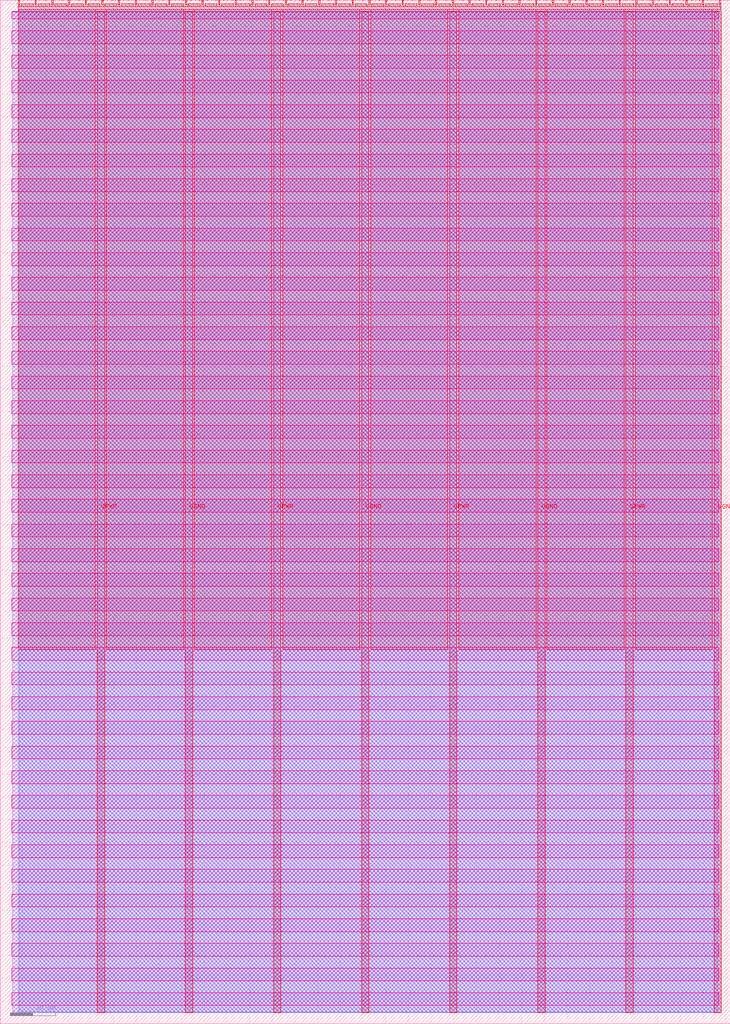
<source format=lef>
VERSION 5.7 ;
  NOWIREEXTENSIONATPIN ON ;
  DIVIDERCHAR "/" ;
  BUSBITCHARS "[]" ;
MACRO tt_um_hsc_tdc_buf
  CLASS BLOCK ;
  FOREIGN tt_um_hsc_tdc_buf ;
  ORIGIN 0.000 0.000 ;
  SIZE 161.000 BY 225.760 ;
  PIN VGND
    DIRECTION INOUT ;
    USE GROUND ;
    PORT
      LAYER met4 ;
        RECT 40.830 2.480 42.430 223.280 ;
    END
    PORT
      LAYER met4 ;
        RECT 79.700 2.480 81.300 223.280 ;
    END
    PORT
      LAYER met4 ;
        RECT 118.570 2.480 120.170 223.280 ;
    END
    PORT
      LAYER met4 ;
        RECT 157.440 2.480 159.040 223.280 ;
    END
  END VGND
  PIN VPWR
    DIRECTION INOUT ;
    USE POWER ;
    PORT
      LAYER met4 ;
        RECT 21.395 2.480 22.995 223.280 ;
    END
    PORT
      LAYER met4 ;
        RECT 60.265 2.480 61.865 223.280 ;
    END
    PORT
      LAYER met4 ;
        RECT 99.135 2.480 100.735 223.280 ;
    END
    PORT
      LAYER met4 ;
        RECT 138.005 2.480 139.605 223.280 ;
    END
  END VPWR
  PIN clk
    DIRECTION INPUT ;
    USE SIGNAL ;
    PORT
      LAYER met4 ;
        RECT 154.870 224.760 155.170 225.760 ;
    END
  END clk
  PIN ena
    DIRECTION INPUT ;
    USE SIGNAL ;
    ANTENNAGATEAREA 0.159000 ;
    PORT
      LAYER met4 ;
        RECT 158.550 224.760 158.850 225.760 ;
    END
  END ena
  PIN rst_n
    DIRECTION INPUT ;
    USE SIGNAL ;
    ANTENNAGATEAREA 0.636000 ;
    PORT
      LAYER met4 ;
        RECT 151.190 224.760 151.490 225.760 ;
    END
  END rst_n
  PIN ui_in[0]
    DIRECTION INPUT ;
    USE SIGNAL ;
    ANTENNAGATEAREA 0.852000 ;
    PORT
      LAYER met4 ;
        RECT 147.510 224.760 147.810 225.760 ;
    END
  END ui_in[0]
  PIN ui_in[1]
    DIRECTION INPUT ;
    USE SIGNAL ;
    ANTENNAGATEAREA 0.852000 ;
    PORT
      LAYER met4 ;
        RECT 143.830 224.760 144.130 225.760 ;
    END
  END ui_in[1]
  PIN ui_in[2]
    DIRECTION INPUT ;
    USE SIGNAL ;
    ANTENNAGATEAREA 0.196500 ;
    PORT
      LAYER met4 ;
        RECT 140.150 224.760 140.450 225.760 ;
    END
  END ui_in[2]
  PIN ui_in[3]
    DIRECTION INPUT ;
    USE SIGNAL ;
    ANTENNAGATEAREA 0.196500 ;
    PORT
      LAYER met4 ;
        RECT 136.470 224.760 136.770 225.760 ;
    END
  END ui_in[3]
  PIN ui_in[4]
    DIRECTION INPUT ;
    USE SIGNAL ;
    ANTENNAGATEAREA 0.196500 ;
    PORT
      LAYER met4 ;
        RECT 132.790 224.760 133.090 225.760 ;
    END
  END ui_in[4]
  PIN ui_in[5]
    DIRECTION INPUT ;
    USE SIGNAL ;
    ANTENNAGATEAREA 0.196500 ;
    PORT
      LAYER met4 ;
        RECT 129.110 224.760 129.410 225.760 ;
    END
  END ui_in[5]
  PIN ui_in[6]
    DIRECTION INPUT ;
    USE SIGNAL ;
    ANTENNAGATEAREA 0.196500 ;
    PORT
      LAYER met4 ;
        RECT 125.430 224.760 125.730 225.760 ;
    END
  END ui_in[6]
  PIN ui_in[7]
    DIRECTION INPUT ;
    USE SIGNAL ;
    PORT
      LAYER met4 ;
        RECT 121.750 224.760 122.050 225.760 ;
    END
  END ui_in[7]
  PIN uio_in[0]
    DIRECTION INPUT ;
    USE SIGNAL ;
    PORT
      LAYER met4 ;
        RECT 118.070 224.760 118.370 225.760 ;
    END
  END uio_in[0]
  PIN uio_in[1]
    DIRECTION INPUT ;
    USE SIGNAL ;
    PORT
      LAYER met4 ;
        RECT 114.390 224.760 114.690 225.760 ;
    END
  END uio_in[1]
  PIN uio_in[2]
    DIRECTION INPUT ;
    USE SIGNAL ;
    PORT
      LAYER met4 ;
        RECT 110.710 224.760 111.010 225.760 ;
    END
  END uio_in[2]
  PIN uio_in[3]
    DIRECTION INPUT ;
    USE SIGNAL ;
    PORT
      LAYER met4 ;
        RECT 107.030 224.760 107.330 225.760 ;
    END
  END uio_in[3]
  PIN uio_in[4]
    DIRECTION INPUT ;
    USE SIGNAL ;
    PORT
      LAYER met4 ;
        RECT 103.350 224.760 103.650 225.760 ;
    END
  END uio_in[4]
  PIN uio_in[5]
    DIRECTION INPUT ;
    USE SIGNAL ;
    PORT
      LAYER met4 ;
        RECT 99.670 224.760 99.970 225.760 ;
    END
  END uio_in[5]
  PIN uio_in[6]
    DIRECTION INPUT ;
    USE SIGNAL ;
    PORT
      LAYER met4 ;
        RECT 95.990 224.760 96.290 225.760 ;
    END
  END uio_in[6]
  PIN uio_in[7]
    DIRECTION INPUT ;
    USE SIGNAL ;
    PORT
      LAYER met4 ;
        RECT 92.310 224.760 92.610 225.760 ;
    END
  END uio_in[7]
  PIN uio_oe[0]
    DIRECTION OUTPUT TRISTATE ;
    USE SIGNAL ;
    PORT
      LAYER met4 ;
        RECT 29.750 224.760 30.050 225.760 ;
    END
  END uio_oe[0]
  PIN uio_oe[1]
    DIRECTION OUTPUT TRISTATE ;
    USE SIGNAL ;
    PORT
      LAYER met4 ;
        RECT 26.070 224.760 26.370 225.760 ;
    END
  END uio_oe[1]
  PIN uio_oe[2]
    DIRECTION OUTPUT TRISTATE ;
    USE SIGNAL ;
    PORT
      LAYER met4 ;
        RECT 22.390 224.760 22.690 225.760 ;
    END
  END uio_oe[2]
  PIN uio_oe[3]
    DIRECTION OUTPUT TRISTATE ;
    USE SIGNAL ;
    PORT
      LAYER met4 ;
        RECT 18.710 224.760 19.010 225.760 ;
    END
  END uio_oe[3]
  PIN uio_oe[4]
    DIRECTION OUTPUT TRISTATE ;
    USE SIGNAL ;
    PORT
      LAYER met4 ;
        RECT 15.030 224.760 15.330 225.760 ;
    END
  END uio_oe[4]
  PIN uio_oe[5]
    DIRECTION OUTPUT TRISTATE ;
    USE SIGNAL ;
    PORT
      LAYER met4 ;
        RECT 11.350 224.760 11.650 225.760 ;
    END
  END uio_oe[5]
  PIN uio_oe[6]
    DIRECTION OUTPUT TRISTATE ;
    USE SIGNAL ;
    PORT
      LAYER met4 ;
        RECT 7.670 224.760 7.970 225.760 ;
    END
  END uio_oe[6]
  PIN uio_oe[7]
    DIRECTION OUTPUT TRISTATE ;
    USE SIGNAL ;
    PORT
      LAYER met4 ;
        RECT 3.990 224.760 4.290 225.760 ;
    END
  END uio_oe[7]
  PIN uio_out[0]
    DIRECTION OUTPUT TRISTATE ;
    USE SIGNAL ;
    PORT
      LAYER met4 ;
        RECT 59.190 224.760 59.490 225.760 ;
    END
  END uio_out[0]
  PIN uio_out[1]
    DIRECTION OUTPUT TRISTATE ;
    USE SIGNAL ;
    PORT
      LAYER met4 ;
        RECT 55.510 224.760 55.810 225.760 ;
    END
  END uio_out[1]
  PIN uio_out[2]
    DIRECTION OUTPUT TRISTATE ;
    USE SIGNAL ;
    PORT
      LAYER met4 ;
        RECT 51.830 224.760 52.130 225.760 ;
    END
  END uio_out[2]
  PIN uio_out[3]
    DIRECTION OUTPUT TRISTATE ;
    USE SIGNAL ;
    PORT
      LAYER met4 ;
        RECT 48.150 224.760 48.450 225.760 ;
    END
  END uio_out[3]
  PIN uio_out[4]
    DIRECTION OUTPUT TRISTATE ;
    USE SIGNAL ;
    PORT
      LAYER met4 ;
        RECT 44.470 224.760 44.770 225.760 ;
    END
  END uio_out[4]
  PIN uio_out[5]
    DIRECTION OUTPUT TRISTATE ;
    USE SIGNAL ;
    PORT
      LAYER met4 ;
        RECT 40.790 224.760 41.090 225.760 ;
    END
  END uio_out[5]
  PIN uio_out[6]
    DIRECTION OUTPUT TRISTATE ;
    USE SIGNAL ;
    PORT
      LAYER met4 ;
        RECT 37.110 224.760 37.410 225.760 ;
    END
  END uio_out[6]
  PIN uio_out[7]
    DIRECTION OUTPUT TRISTATE ;
    USE SIGNAL ;
    PORT
      LAYER met4 ;
        RECT 33.430 224.760 33.730 225.760 ;
    END
  END uio_out[7]
  PIN uo_out[0]
    DIRECTION OUTPUT TRISTATE ;
    USE SIGNAL ;
    ANTENNAGATEAREA 0.247500 ;
    ANTENNADIFFAREA 0.891000 ;
    PORT
      LAYER met4 ;
        RECT 88.630 224.760 88.930 225.760 ;
    END
  END uo_out[0]
  PIN uo_out[1]
    DIRECTION OUTPUT TRISTATE ;
    USE SIGNAL ;
    ANTENNAGATEAREA 0.126000 ;
    ANTENNADIFFAREA 0.445500 ;
    PORT
      LAYER met4 ;
        RECT 84.950 224.760 85.250 225.760 ;
    END
  END uo_out[1]
  PIN uo_out[2]
    DIRECTION OUTPUT TRISTATE ;
    USE SIGNAL ;
    ANTENNAGATEAREA 0.126000 ;
    ANTENNADIFFAREA 0.891000 ;
    PORT
      LAYER met4 ;
        RECT 81.270 224.760 81.570 225.760 ;
    END
  END uo_out[2]
  PIN uo_out[3]
    DIRECTION OUTPUT TRISTATE ;
    USE SIGNAL ;
    ANTENNAGATEAREA 0.247500 ;
    ANTENNADIFFAREA 0.891000 ;
    PORT
      LAYER met4 ;
        RECT 77.590 224.760 77.890 225.760 ;
    END
  END uo_out[3]
  PIN uo_out[4]
    DIRECTION OUTPUT TRISTATE ;
    USE SIGNAL ;
    ANTENNAGATEAREA 0.247500 ;
    ANTENNADIFFAREA 0.891000 ;
    PORT
      LAYER met4 ;
        RECT 73.910 224.760 74.210 225.760 ;
    END
  END uo_out[4]
  PIN uo_out[5]
    DIRECTION OUTPUT TRISTATE ;
    USE SIGNAL ;
    ANTENNAGATEAREA 0.126000 ;
    ANTENNADIFFAREA 0.445500 ;
    PORT
      LAYER met4 ;
        RECT 70.230 224.760 70.530 225.760 ;
    END
  END uo_out[5]
  PIN uo_out[6]
    DIRECTION OUTPUT TRISTATE ;
    USE SIGNAL ;
    ANTENNAGATEAREA 0.247500 ;
    ANTENNADIFFAREA 0.891000 ;
    PORT
      LAYER met4 ;
        RECT 66.550 224.760 66.850 225.760 ;
    END
  END uo_out[6]
  PIN uo_out[7]
    DIRECTION OUTPUT TRISTATE ;
    USE SIGNAL ;
    ANTENNADIFFAREA 0.795200 ;
    PORT
      LAYER met4 ;
        RECT 62.870 224.760 63.170 225.760 ;
    END
  END uo_out[7]
  OBS
      LAYER nwell ;
        RECT 2.570 221.625 158.430 223.230 ;
        RECT 2.570 216.185 158.430 219.015 ;
        RECT 2.570 210.745 158.430 213.575 ;
        RECT 2.570 205.305 158.430 208.135 ;
        RECT 2.570 199.865 158.430 202.695 ;
        RECT 2.570 194.425 158.430 197.255 ;
        RECT 2.570 188.985 158.430 191.815 ;
        RECT 2.570 183.545 158.430 186.375 ;
        RECT 2.570 178.105 158.430 180.935 ;
        RECT 2.570 172.665 158.430 175.495 ;
        RECT 2.570 167.225 158.430 170.055 ;
        RECT 2.570 161.785 158.430 164.615 ;
        RECT 2.570 156.345 158.430 159.175 ;
        RECT 2.570 150.905 158.430 153.735 ;
        RECT 2.570 145.465 158.430 148.295 ;
        RECT 2.570 140.025 158.430 142.855 ;
        RECT 2.570 134.585 158.430 137.415 ;
        RECT 2.570 129.145 158.430 131.975 ;
        RECT 2.570 123.705 158.430 126.535 ;
        RECT 2.570 118.265 158.430 121.095 ;
        RECT 2.570 112.825 158.430 115.655 ;
        RECT 2.570 107.385 158.430 110.215 ;
        RECT 2.570 101.945 158.430 104.775 ;
        RECT 2.570 96.505 158.430 99.335 ;
        RECT 2.570 91.065 158.430 93.895 ;
        RECT 2.570 85.625 158.430 88.455 ;
        RECT 2.570 80.185 158.430 83.015 ;
        RECT 2.570 74.745 158.430 77.575 ;
        RECT 2.570 69.305 158.430 72.135 ;
        RECT 2.570 63.865 158.430 66.695 ;
        RECT 2.570 58.425 158.430 61.255 ;
        RECT 2.570 52.985 158.430 55.815 ;
        RECT 2.570 47.545 158.430 50.375 ;
        RECT 2.570 42.105 158.430 44.935 ;
        RECT 2.570 36.665 158.430 39.495 ;
        RECT 2.570 31.225 158.430 34.055 ;
        RECT 2.570 25.785 158.430 28.615 ;
        RECT 2.570 20.345 158.430 23.175 ;
        RECT 2.570 14.905 158.430 17.735 ;
        RECT 2.570 9.465 158.430 12.295 ;
        RECT 2.570 4.025 158.430 6.855 ;
      LAYER li1 ;
        RECT 2.760 2.635 158.240 223.125 ;
      LAYER met1 ;
        RECT 2.760 2.480 159.040 223.280 ;
      LAYER met2 ;
        RECT 4.230 2.535 159.010 224.925 ;
      LAYER met3 ;
        RECT 3.950 2.555 159.030 224.905 ;
      LAYER met4 ;
        RECT 4.690 224.360 7.270 224.905 ;
        RECT 8.370 224.360 10.950 224.905 ;
        RECT 12.050 224.360 14.630 224.905 ;
        RECT 15.730 224.360 18.310 224.905 ;
        RECT 19.410 224.360 21.990 224.905 ;
        RECT 23.090 224.360 25.670 224.905 ;
        RECT 26.770 224.360 29.350 224.905 ;
        RECT 30.450 224.360 33.030 224.905 ;
        RECT 34.130 224.360 36.710 224.905 ;
        RECT 37.810 224.360 40.390 224.905 ;
        RECT 41.490 224.360 44.070 224.905 ;
        RECT 45.170 224.360 47.750 224.905 ;
        RECT 48.850 224.360 51.430 224.905 ;
        RECT 52.530 224.360 55.110 224.905 ;
        RECT 56.210 224.360 58.790 224.905 ;
        RECT 59.890 224.360 62.470 224.905 ;
        RECT 63.570 224.360 66.150 224.905 ;
        RECT 67.250 224.360 69.830 224.905 ;
        RECT 70.930 224.360 73.510 224.905 ;
        RECT 74.610 224.360 77.190 224.905 ;
        RECT 78.290 224.360 80.870 224.905 ;
        RECT 81.970 224.360 84.550 224.905 ;
        RECT 85.650 224.360 88.230 224.905 ;
        RECT 89.330 224.360 91.910 224.905 ;
        RECT 93.010 224.360 95.590 224.905 ;
        RECT 96.690 224.360 99.270 224.905 ;
        RECT 100.370 224.360 102.950 224.905 ;
        RECT 104.050 224.360 106.630 224.905 ;
        RECT 107.730 224.360 110.310 224.905 ;
        RECT 111.410 224.360 113.990 224.905 ;
        RECT 115.090 224.360 117.670 224.905 ;
        RECT 118.770 224.360 121.350 224.905 ;
        RECT 122.450 224.360 125.030 224.905 ;
        RECT 126.130 224.360 128.710 224.905 ;
        RECT 129.810 224.360 132.390 224.905 ;
        RECT 133.490 224.360 136.070 224.905 ;
        RECT 137.170 224.360 139.750 224.905 ;
        RECT 140.850 224.360 143.430 224.905 ;
        RECT 144.530 224.360 147.110 224.905 ;
        RECT 148.210 224.360 150.790 224.905 ;
        RECT 151.890 224.360 154.470 224.905 ;
        RECT 155.570 224.360 158.150 224.905 ;
        RECT 3.975 223.680 158.865 224.360 ;
        RECT 3.975 82.455 20.995 223.680 ;
        RECT 23.395 82.455 40.430 223.680 ;
        RECT 42.830 82.455 59.865 223.680 ;
        RECT 62.265 82.455 79.300 223.680 ;
        RECT 81.700 82.455 98.735 223.680 ;
        RECT 101.135 82.455 118.170 223.680 ;
        RECT 120.570 82.455 137.605 223.680 ;
        RECT 140.005 82.455 157.040 223.680 ;
  END
END tt_um_hsc_tdc_buf
END LIBRARY


</source>
